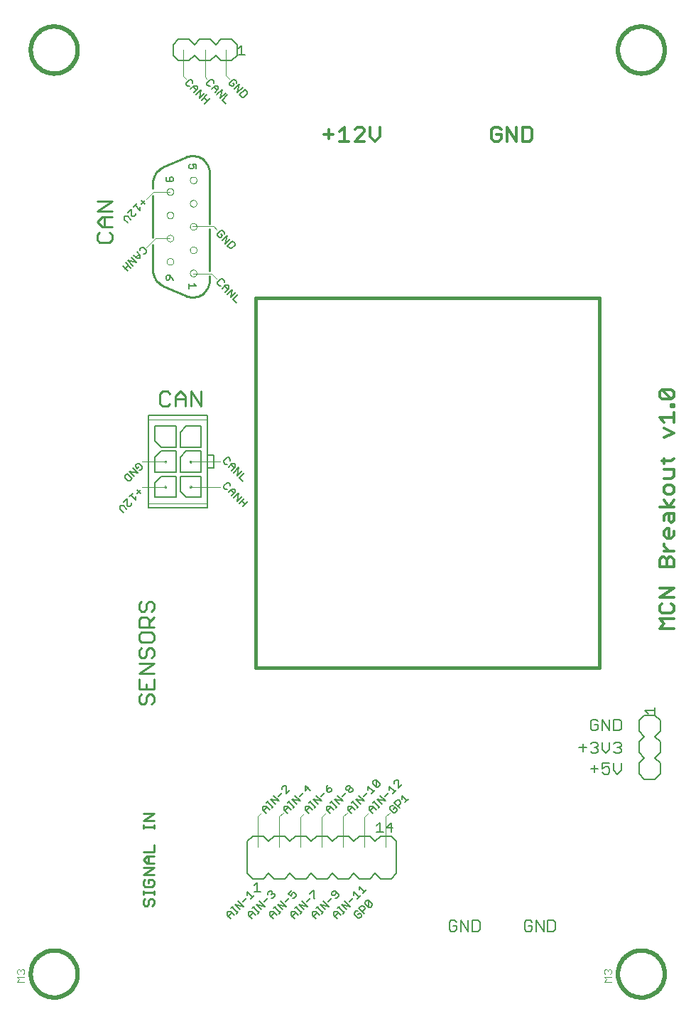
<source format=gto>
G75*
G70*
%OFA0B0*%
%FSLAX24Y24*%
%IPPOS*%
%LPD*%
%AMOC8*
5,1,8,0,0,1.08239X$1,22.5*
%
%ADD10C,0.0160*%
%ADD11C,0.0050*%
%ADD12C,0.0047*%
%ADD13C,0.0070*%
%ADD14C,0.0090*%
%ADD15C,0.0120*%
%ADD16C,0.0197*%
%ADD17C,0.0059*%
%ADD18C,0.0028*%
%ADD19C,0.0060*%
%ADD20C,0.0039*%
%ADD21C,0.0049*%
%ADD22C,0.0098*%
%ADD23C,0.0040*%
D10*
X018677Y016494D02*
X018677Y033816D01*
X034819Y033816D01*
X034819Y016494D01*
X018677Y016494D01*
D11*
X020003Y010956D02*
X019922Y010874D01*
X019922Y010793D01*
X019909Y010618D02*
X019747Y010456D01*
X019774Y010240D02*
X019531Y010483D01*
X019369Y010321D02*
X019774Y010240D01*
X019612Y010078D02*
X019369Y010321D01*
X019279Y010232D02*
X019198Y010150D01*
X019239Y010191D02*
X019482Y009948D01*
X019522Y009988D02*
X019441Y009907D01*
X019347Y009813D02*
X019185Y009975D01*
X019023Y009975D01*
X019023Y009813D01*
X019185Y009651D01*
X019063Y009773D02*
X019226Y009935D01*
X020023Y009975D02*
X020185Y009975D01*
X020347Y009813D01*
X020441Y009907D02*
X020522Y009988D01*
X020482Y009948D02*
X020239Y010191D01*
X020198Y010150D02*
X020279Y010232D01*
X020369Y010321D02*
X020774Y010240D01*
X020531Y010483D01*
X020747Y010456D02*
X020909Y010618D01*
X021003Y010712D02*
X021165Y010874D01*
X021246Y010712D02*
X021003Y010956D01*
X021003Y010712D01*
X021369Y010321D02*
X021774Y010240D01*
X021531Y010483D01*
X021747Y010456D02*
X021909Y010618D01*
X022003Y010712D02*
X022125Y010834D01*
X022206Y010834D01*
X022246Y010793D01*
X022246Y010712D01*
X022165Y010631D01*
X022084Y010631D01*
X022003Y010712D01*
X022003Y010874D01*
X022044Y010996D01*
X022531Y010483D02*
X022774Y010240D01*
X022369Y010321D01*
X022612Y010078D01*
X022522Y009988D02*
X022441Y009907D01*
X022482Y009948D02*
X022239Y010191D01*
X022198Y010150D02*
X022279Y010232D01*
X022185Y009975D02*
X022023Y009975D01*
X022023Y009813D01*
X022185Y009651D01*
X022063Y009773D02*
X022226Y009935D01*
X022185Y009975D02*
X022347Y009813D01*
X022747Y010456D02*
X022909Y010618D01*
X023044Y010672D02*
X023044Y010753D01*
X023125Y010834D01*
X023206Y010834D01*
X023246Y010793D01*
X023246Y010712D01*
X023165Y010631D01*
X023084Y010631D01*
X023044Y010672D01*
X023044Y010753D02*
X022963Y010753D01*
X022922Y010793D01*
X022922Y010874D01*
X023003Y010956D01*
X023084Y010956D01*
X023125Y010915D01*
X023125Y010834D01*
X023531Y010483D02*
X023774Y010240D01*
X023369Y010321D01*
X023612Y010078D01*
X023522Y009988D02*
X023441Y009907D01*
X023482Y009948D02*
X023239Y010191D01*
X023198Y010150D02*
X023279Y010232D01*
X023185Y009975D02*
X023347Y009813D01*
X023226Y009935D02*
X023063Y009773D01*
X023023Y009813D02*
X023023Y009975D01*
X023185Y009975D01*
X023023Y009813D02*
X023185Y009651D01*
X024023Y009813D02*
X024023Y009975D01*
X024185Y009975D01*
X024347Y009813D01*
X024441Y009907D02*
X024522Y009988D01*
X024482Y009948D02*
X024239Y010191D01*
X024198Y010150D02*
X024279Y010232D01*
X024369Y010321D02*
X024774Y010240D01*
X024531Y010483D01*
X024747Y010456D02*
X024909Y010618D01*
X024963Y010753D02*
X024963Y010915D01*
X025206Y010672D01*
X025125Y010591D02*
X025287Y010753D01*
X025381Y010847D02*
X025381Y011171D01*
X025341Y011212D01*
X025259Y011212D01*
X025178Y011131D01*
X025178Y011050D01*
X025381Y010847D02*
X025543Y011009D01*
X025535Y010488D02*
X025779Y010245D01*
X025698Y010164D02*
X025860Y010326D01*
X025535Y010326D02*
X025535Y010488D01*
X025401Y010272D02*
X025482Y010191D01*
X025482Y010110D01*
X025360Y009988D01*
X025441Y009907D02*
X025198Y010150D01*
X025320Y010272D01*
X025401Y010272D01*
X025144Y010016D02*
X025063Y010016D01*
X024982Y009935D01*
X024982Y009854D01*
X025144Y009691D01*
X025226Y009691D01*
X025307Y009773D01*
X025307Y009854D01*
X025226Y009935D01*
X025144Y009854D01*
X024612Y010078D02*
X024369Y010321D01*
X024125Y010591D02*
X024287Y010753D01*
X024206Y010672D02*
X023963Y010915D01*
X023963Y010753D01*
X023909Y010618D02*
X023747Y010456D01*
X024023Y009813D02*
X024185Y009651D01*
X024063Y009773D02*
X024226Y009935D01*
X024516Y009217D02*
X024366Y009067D01*
X024516Y009217D02*
X024516Y008767D01*
X024366Y008767D02*
X024667Y008767D01*
X024827Y008992D02*
X025127Y008992D01*
X025052Y008767D02*
X025052Y009217D01*
X024827Y008992D01*
X024422Y010888D02*
X024341Y010888D01*
X024341Y011212D01*
X024503Y011050D01*
X024503Y010969D01*
X024422Y010888D01*
X024341Y010888D02*
X024178Y011050D01*
X024178Y011131D01*
X024259Y011212D01*
X024341Y011212D01*
X021612Y010078D02*
X021369Y010321D01*
X021279Y010232D02*
X021198Y010150D01*
X021239Y010191D02*
X021482Y009948D01*
X021522Y009988D02*
X021441Y009907D01*
X021347Y009813D02*
X021185Y009975D01*
X021023Y009975D01*
X021023Y009813D01*
X021185Y009651D01*
X021063Y009773D02*
X021226Y009935D01*
X020612Y010078D02*
X020369Y010321D01*
X020125Y010591D02*
X020125Y010915D01*
X020084Y010956D01*
X020003Y010956D01*
X020287Y010753D02*
X020125Y010591D01*
X020023Y009975D02*
X020023Y009813D01*
X020185Y009651D01*
X020063Y009773D02*
X020226Y009935D01*
X018766Y006417D02*
X018616Y006267D01*
X018766Y006417D02*
X018766Y005967D01*
X018616Y005967D02*
X018917Y005967D01*
X019253Y005930D02*
X019334Y006011D01*
X019415Y006011D01*
X019456Y005970D01*
X019456Y005889D01*
X019537Y005889D01*
X019577Y005848D01*
X019577Y005767D01*
X019496Y005686D01*
X019415Y005686D01*
X019415Y005848D02*
X019456Y005889D01*
X019253Y005849D02*
X019253Y005930D01*
X019240Y005673D02*
X019078Y005511D01*
X019105Y005295D02*
X018862Y005539D01*
X018700Y005376D02*
X019105Y005295D01*
X018943Y005133D02*
X018700Y005376D01*
X018610Y005287D02*
X018529Y005206D01*
X018569Y005246D02*
X018813Y005003D01*
X018853Y005043D02*
X018772Y004962D01*
X018678Y004868D02*
X018516Y005030D01*
X018354Y005030D01*
X018354Y004868D01*
X018516Y004706D01*
X018394Y004828D02*
X018556Y004990D01*
X018105Y005295D02*
X017862Y005539D01*
X018078Y005511D02*
X018240Y005673D01*
X018293Y005808D02*
X018293Y005970D01*
X018537Y005727D01*
X018456Y005646D02*
X018618Y005808D01*
X018105Y005295D02*
X017700Y005376D01*
X017943Y005133D01*
X017853Y005043D02*
X017772Y004962D01*
X017813Y005003D02*
X017569Y005246D01*
X017529Y005206D02*
X017610Y005287D01*
X017516Y005030D02*
X017354Y005030D01*
X017354Y004868D01*
X017516Y004706D01*
X017394Y004828D02*
X017556Y004990D01*
X017516Y005030D02*
X017678Y004868D01*
X019354Y004868D02*
X019354Y005030D01*
X019516Y005030D01*
X019678Y004868D01*
X019772Y004962D02*
X019853Y005043D01*
X019813Y005003D02*
X019569Y005246D01*
X019529Y005206D02*
X019610Y005287D01*
X019700Y005376D02*
X020105Y005295D01*
X019862Y005539D01*
X020078Y005511D02*
X020240Y005673D01*
X020334Y005767D02*
X020212Y005889D01*
X020374Y006051D01*
X020415Y005930D02*
X020496Y005930D01*
X020577Y005848D01*
X020577Y005767D01*
X020496Y005686D01*
X020415Y005686D01*
X020334Y005767D02*
X020374Y005889D01*
X020415Y005930D01*
X020862Y005539D02*
X021105Y005295D01*
X020700Y005376D01*
X020943Y005133D01*
X020853Y005043D02*
X020772Y004962D01*
X020813Y005003D02*
X020569Y005246D01*
X020529Y005206D02*
X020610Y005287D01*
X020516Y005030D02*
X020678Y004868D01*
X020556Y004990D02*
X020394Y004828D01*
X020354Y004868D02*
X020354Y005030D01*
X020516Y005030D01*
X020354Y004868D02*
X020516Y004706D01*
X019943Y005133D02*
X019700Y005376D01*
X019556Y004990D02*
X019394Y004828D01*
X019354Y004868D02*
X019516Y004706D01*
X021078Y005511D02*
X021240Y005673D01*
X021415Y005686D02*
X021415Y006011D01*
X021374Y006051D01*
X021212Y005889D01*
X021415Y005686D02*
X021456Y005646D01*
X021700Y005376D02*
X022105Y005295D01*
X021862Y005539D01*
X022078Y005511D02*
X022240Y005673D01*
X022293Y005808D02*
X022374Y005808D01*
X022496Y005930D01*
X022415Y006011D02*
X022334Y006011D01*
X022253Y005930D01*
X022253Y005849D01*
X022293Y005808D01*
X022415Y005686D02*
X022496Y005686D01*
X022577Y005767D01*
X022577Y005848D01*
X022415Y006011D01*
X022862Y005539D02*
X023105Y005295D01*
X022700Y005376D01*
X022943Y005133D01*
X022853Y005043D02*
X022772Y004962D01*
X022813Y005003D02*
X022569Y005246D01*
X022529Y005206D02*
X022610Y005287D01*
X022516Y005030D02*
X022678Y004868D01*
X022556Y004990D02*
X022394Y004828D01*
X022354Y004868D02*
X022354Y005030D01*
X022516Y005030D01*
X022354Y004868D02*
X022516Y004706D01*
X021943Y005133D02*
X021700Y005376D01*
X021610Y005287D02*
X021529Y005206D01*
X021569Y005246D02*
X021813Y005003D01*
X021853Y005043D02*
X021772Y004962D01*
X021678Y004868D02*
X021516Y005030D01*
X021354Y005030D01*
X021354Y004868D01*
X021516Y004706D01*
X021394Y004828D02*
X021556Y004990D01*
X023078Y005511D02*
X023240Y005673D01*
X023293Y005808D02*
X023293Y005970D01*
X023537Y005727D01*
X023456Y005646D02*
X023618Y005808D01*
X023712Y005902D02*
X023874Y006064D01*
X023793Y005983D02*
X023550Y006226D01*
X023550Y006064D01*
X023907Y005583D02*
X023988Y005583D01*
X023988Y005259D01*
X024069Y005259D01*
X024150Y005340D01*
X024150Y005421D01*
X023988Y005583D01*
X023907Y005583D02*
X023826Y005502D01*
X023826Y005421D01*
X023988Y005259D01*
X023813Y005246D02*
X023813Y005165D01*
X023691Y005043D01*
X023772Y004962D02*
X023529Y005206D01*
X023650Y005327D01*
X023731Y005327D01*
X023813Y005246D01*
X023556Y004990D02*
X023475Y004909D01*
X023556Y004990D02*
X023637Y004909D01*
X023637Y004828D01*
X023556Y004747D01*
X023475Y004747D01*
X023313Y004909D01*
X023313Y004990D01*
X023394Y005071D01*
X023475Y005071D01*
X036956Y014468D02*
X037406Y014468D01*
X037406Y014318D02*
X037406Y014618D01*
X037106Y014318D02*
X036956Y014468D01*
X018129Y043221D02*
X018291Y043384D01*
X018291Y043465D01*
X018169Y043586D01*
X017926Y043343D01*
X018047Y043221D01*
X018129Y043221D01*
X017832Y043437D02*
X018075Y043680D01*
X017913Y043843D02*
X017832Y043437D01*
X017670Y043599D02*
X017913Y043843D01*
X017778Y043896D02*
X017778Y043977D01*
X017697Y044058D01*
X017616Y044058D01*
X017454Y043896D01*
X017454Y043815D01*
X017535Y043734D01*
X017616Y043734D01*
X017697Y043815D01*
X017616Y043896D01*
X017268Y043424D02*
X017025Y043181D01*
X017106Y043586D01*
X016863Y043343D01*
X016769Y043437D02*
X016931Y043599D01*
X016931Y043762D01*
X016769Y043762D01*
X016607Y043599D01*
X016553Y043734D02*
X016472Y043734D01*
X016391Y043815D01*
X016391Y043896D01*
X016553Y044058D01*
X016634Y044058D01*
X016715Y043977D01*
X016715Y043896D01*
X016728Y043721D02*
X016890Y043559D01*
X016540Y043168D02*
X016297Y042925D01*
X016419Y043046D02*
X016257Y043208D01*
X016135Y043087D02*
X016378Y043330D01*
X016284Y043424D02*
X016041Y043181D01*
X016122Y043586D01*
X015879Y043343D01*
X015784Y043437D02*
X015947Y043599D01*
X015947Y043762D01*
X015784Y043762D01*
X015622Y043599D01*
X015569Y043734D02*
X015488Y043734D01*
X015407Y043815D01*
X015407Y043896D01*
X015569Y044058D01*
X015650Y044058D01*
X015731Y043977D01*
X015731Y043896D01*
X015744Y043721D02*
X015906Y043559D01*
X017119Y043087D02*
X017281Y042925D01*
X017119Y043087D02*
X017362Y043330D01*
X017880Y045206D02*
X018180Y045206D01*
X018030Y045206D02*
X018030Y045656D01*
X017880Y045506D01*
D12*
X017299Y045431D02*
X017299Y044249D01*
X017457Y044092D01*
X016394Y044092D02*
X016315Y044171D01*
X016315Y045431D01*
X015291Y045431D02*
X015291Y044210D01*
X015409Y044092D01*
X018953Y009683D02*
X018791Y009521D01*
X018791Y008092D01*
X019791Y008092D02*
X019791Y009497D01*
X019976Y009683D01*
X020791Y009474D02*
X020961Y009643D01*
X020791Y009474D02*
X020791Y008092D01*
X021791Y008092D02*
X021791Y009490D01*
X021984Y009683D01*
X022791Y009505D02*
X022969Y009683D01*
X022791Y009505D02*
X022791Y008092D01*
X023791Y008092D02*
X023791Y009482D01*
X023992Y009683D01*
X024791Y009497D02*
X024976Y009683D01*
X024791Y009497D02*
X024791Y008092D01*
D13*
X027854Y004648D02*
X027767Y004561D01*
X027767Y004214D01*
X027854Y004127D01*
X028028Y004127D01*
X028115Y004214D01*
X028115Y004387D01*
X027941Y004387D01*
X028115Y004561D02*
X028028Y004648D01*
X027854Y004648D01*
X028311Y004648D02*
X028311Y004127D01*
X028658Y004127D02*
X028311Y004648D01*
X028658Y004648D02*
X028658Y004127D01*
X028855Y004127D02*
X028855Y004648D01*
X029115Y004648D01*
X029202Y004561D01*
X029202Y004214D01*
X029115Y004127D01*
X028855Y004127D01*
X031311Y004214D02*
X031397Y004127D01*
X031571Y004127D01*
X031658Y004214D01*
X031658Y004387D01*
X031484Y004387D01*
X031311Y004214D02*
X031311Y004561D01*
X031397Y004648D01*
X031571Y004648D01*
X031658Y004561D01*
X031854Y004648D02*
X032202Y004127D01*
X032202Y004648D01*
X032398Y004648D02*
X032398Y004127D01*
X032659Y004127D01*
X032745Y004214D01*
X032745Y004561D01*
X032659Y004648D01*
X032398Y004648D01*
X031854Y004648D02*
X031854Y004127D01*
X034577Y011576D02*
X034577Y011923D01*
X034404Y011750D02*
X034751Y011750D01*
X034947Y011750D02*
X035121Y011836D01*
X035208Y011836D01*
X035295Y011750D01*
X035295Y011576D01*
X035208Y011489D01*
X035034Y011489D01*
X034947Y011576D01*
X034947Y011750D02*
X034947Y012010D01*
X035295Y012010D01*
X035491Y012010D02*
X035491Y011663D01*
X035665Y011489D01*
X035839Y011663D01*
X035839Y012010D01*
X035752Y012473D02*
X035578Y012473D01*
X035491Y012560D01*
X035295Y012647D02*
X035295Y012994D01*
X035491Y012908D02*
X035578Y012994D01*
X035752Y012994D01*
X035838Y012908D01*
X035838Y012821D01*
X035752Y012734D01*
X035838Y012647D01*
X035838Y012560D01*
X035752Y012473D01*
X035752Y012734D02*
X035665Y012734D01*
X035295Y012647D02*
X035121Y012473D01*
X034947Y012647D01*
X034947Y012994D01*
X034751Y012908D02*
X034751Y012821D01*
X034664Y012734D01*
X034751Y012647D01*
X034751Y012560D01*
X034664Y012473D01*
X034490Y012473D01*
X034404Y012560D01*
X034577Y012734D02*
X034664Y012734D01*
X034751Y012908D02*
X034664Y012994D01*
X034490Y012994D01*
X034404Y012908D01*
X034207Y012734D02*
X033860Y012734D01*
X034034Y012908D02*
X034034Y012560D01*
X034491Y013536D02*
X034664Y013536D01*
X034751Y013623D01*
X034751Y013797D01*
X034577Y013797D01*
X034404Y013971D02*
X034404Y013623D01*
X034491Y013536D01*
X034404Y013971D02*
X034491Y014057D01*
X034664Y014057D01*
X034751Y013971D01*
X034947Y014057D02*
X035295Y013536D01*
X035295Y014057D01*
X035491Y014057D02*
X035491Y013536D01*
X035752Y013536D01*
X035839Y013623D01*
X035839Y013971D01*
X035752Y014057D01*
X035491Y014057D01*
X034947Y014057D02*
X034947Y013536D01*
D14*
X016100Y028743D02*
X016100Y029441D01*
X015635Y029441D02*
X015635Y028743D01*
X015375Y028743D02*
X015375Y029209D01*
X015143Y029441D01*
X014910Y029209D01*
X014910Y028743D01*
X014650Y028860D02*
X014534Y028743D01*
X014301Y028743D01*
X014185Y028860D01*
X014185Y029325D01*
X014301Y029441D01*
X014534Y029441D01*
X014650Y029325D01*
X014910Y029092D02*
X015375Y029092D01*
X015635Y029441D02*
X016100Y028743D01*
X011823Y036420D02*
X011358Y036420D01*
X011241Y036537D01*
X011241Y036769D01*
X011358Y036886D01*
X011474Y037145D02*
X011241Y037378D01*
X011474Y037611D01*
X011939Y037611D01*
X011939Y037870D02*
X011241Y037870D01*
X011939Y038336D01*
X011241Y038336D01*
X011590Y037611D02*
X011590Y037145D01*
X011474Y037145D02*
X011939Y037145D01*
X011823Y036886D02*
X011939Y036769D01*
X011939Y036537D01*
X011823Y036420D01*
X013326Y019582D02*
X013210Y019466D01*
X013210Y019233D01*
X013326Y019117D01*
X013442Y019117D01*
X013559Y019233D01*
X013559Y019466D01*
X013675Y019582D01*
X013791Y019582D01*
X013908Y019466D01*
X013908Y019233D01*
X013791Y019117D01*
X013908Y018857D02*
X013675Y018625D01*
X013675Y018741D02*
X013675Y018392D01*
X013908Y018392D02*
X013210Y018392D01*
X013210Y018741D01*
X013326Y018857D01*
X013559Y018857D01*
X013675Y018741D01*
X013791Y018132D02*
X013326Y018132D01*
X013210Y018016D01*
X013210Y017783D01*
X013326Y017667D01*
X013791Y017667D01*
X013908Y017783D01*
X013908Y018016D01*
X013791Y018132D01*
X013791Y017407D02*
X013908Y017291D01*
X013908Y017058D01*
X013791Y016942D01*
X013559Y017058D02*
X013559Y017291D01*
X013675Y017407D01*
X013791Y017407D01*
X013559Y017058D02*
X013442Y016942D01*
X013326Y016942D01*
X013210Y017058D01*
X013210Y017291D01*
X013326Y017407D01*
X013210Y016682D02*
X013908Y016682D01*
X013210Y016217D01*
X013908Y016217D01*
X013908Y015957D02*
X013908Y015492D01*
X013210Y015492D01*
X013210Y015957D01*
X013559Y015725D02*
X013559Y015492D01*
X013675Y015232D02*
X013559Y015116D01*
X013559Y014883D01*
X013442Y014767D01*
X013326Y014767D01*
X013210Y014883D01*
X013210Y015116D01*
X013326Y015232D01*
X013675Y015232D02*
X013791Y015232D01*
X013908Y015116D01*
X013908Y014883D01*
X013791Y014767D01*
X013908Y009639D02*
X013407Y009639D01*
X013407Y009305D02*
X013908Y009639D01*
X013908Y009305D02*
X013407Y009305D01*
X013407Y009110D02*
X013407Y008943D01*
X013407Y009026D02*
X013908Y009026D01*
X013908Y008943D02*
X013908Y009110D01*
X013908Y008189D02*
X013908Y007856D01*
X013407Y007856D01*
X013574Y007646D02*
X013908Y007646D01*
X013657Y007646D02*
X013657Y007312D01*
X013574Y007312D02*
X013908Y007312D01*
X013908Y007102D02*
X013407Y007102D01*
X013574Y007312D02*
X013407Y007479D01*
X013574Y007646D01*
X013908Y007102D02*
X013407Y006768D01*
X013908Y006768D01*
X013824Y006558D02*
X013657Y006558D01*
X013657Y006391D01*
X013490Y006224D02*
X013824Y006224D01*
X013908Y006308D01*
X013908Y006475D01*
X013824Y006558D01*
X013490Y006558D02*
X013407Y006475D01*
X013407Y006308D01*
X013490Y006224D01*
X013407Y006029D02*
X013407Y005862D01*
X013407Y005945D02*
X013908Y005945D01*
X013908Y005862D02*
X013908Y006029D01*
X013824Y005652D02*
X013908Y005569D01*
X013908Y005402D01*
X013824Y005318D01*
X013657Y005402D02*
X013657Y005569D01*
X013741Y005652D01*
X013824Y005652D01*
X013657Y005402D02*
X013574Y005318D01*
X013490Y005318D01*
X013407Y005402D01*
X013407Y005569D01*
X013490Y005652D01*
D15*
X037634Y018325D02*
X037857Y018548D01*
X037634Y018771D01*
X038302Y018771D01*
X038191Y019050D02*
X038302Y019161D01*
X038302Y019384D01*
X038191Y019496D01*
X038302Y019775D02*
X037634Y019775D01*
X038302Y020221D01*
X037634Y020221D01*
X037746Y019496D02*
X037634Y019384D01*
X037634Y019161D01*
X037746Y019050D01*
X038191Y019050D01*
X038302Y018325D02*
X037634Y018325D01*
X037634Y021225D02*
X037634Y021559D01*
X037746Y021671D01*
X037857Y021671D01*
X037968Y021559D01*
X037968Y021225D01*
X038302Y021225D02*
X037634Y021225D01*
X037968Y021559D02*
X038080Y021671D01*
X038191Y021671D01*
X038302Y021559D01*
X038302Y021225D01*
X038302Y021950D02*
X037857Y021950D01*
X038080Y021950D02*
X037857Y022173D01*
X037857Y022284D01*
X037968Y022554D02*
X037857Y022666D01*
X037857Y022888D01*
X037968Y023000D01*
X038080Y023000D01*
X038080Y022554D01*
X038191Y022554D02*
X037968Y022554D01*
X038191Y022554D02*
X038302Y022666D01*
X038302Y022888D01*
X038191Y023279D02*
X038080Y023391D01*
X038080Y023725D01*
X037968Y023725D02*
X038302Y023725D01*
X038302Y023391D01*
X038191Y023279D01*
X037857Y023391D02*
X037857Y023613D01*
X037968Y023725D01*
X038080Y024004D02*
X037857Y024338D01*
X037968Y024609D02*
X038191Y024609D01*
X038302Y024720D01*
X038302Y024943D01*
X038191Y025054D01*
X037968Y025054D01*
X037857Y024943D01*
X037857Y024720D01*
X037968Y024609D01*
X038302Y024338D02*
X038080Y024004D01*
X038302Y024004D02*
X037634Y024004D01*
X037857Y025334D02*
X038191Y025334D01*
X038302Y025445D01*
X038302Y025779D01*
X037857Y025779D01*
X037857Y026059D02*
X037857Y026281D01*
X037746Y026170D02*
X038191Y026170D01*
X038302Y026281D01*
X037857Y027267D02*
X038302Y027490D01*
X037857Y027712D01*
X037857Y027992D02*
X037634Y028215D01*
X038302Y028215D01*
X038302Y028437D02*
X038302Y027992D01*
X038302Y028717D02*
X038302Y028828D01*
X038191Y028828D01*
X038191Y028717D01*
X038302Y028717D01*
X038191Y029079D02*
X037746Y029525D01*
X037634Y029413D01*
X037634Y029191D01*
X037746Y029079D01*
X038191Y029079D01*
X038302Y029191D01*
X038302Y029413D01*
X038191Y029525D01*
X037746Y029525D01*
X031545Y041160D02*
X031211Y041160D01*
X031211Y041828D01*
X031545Y041828D01*
X031656Y041716D01*
X031656Y041271D01*
X031545Y041160D01*
X030931Y041160D02*
X030931Y041828D01*
X030486Y041828D02*
X030486Y041160D01*
X030206Y041271D02*
X030206Y041494D01*
X029983Y041494D01*
X029761Y041716D02*
X029761Y041271D01*
X029872Y041160D01*
X030095Y041160D01*
X030206Y041271D01*
X030206Y041716D02*
X030095Y041828D01*
X029872Y041828D01*
X029761Y041716D01*
X030486Y041828D02*
X030931Y041160D01*
X024507Y041382D02*
X024284Y041160D01*
X024062Y041382D01*
X024062Y041828D01*
X023782Y041716D02*
X023671Y041828D01*
X023448Y041828D01*
X023337Y041716D01*
X023782Y041605D02*
X023337Y041160D01*
X023782Y041160D01*
X023782Y041605D02*
X023782Y041716D01*
X024507Y041828D02*
X024507Y041382D01*
X023057Y041160D02*
X022612Y041160D01*
X022834Y041160D02*
X022834Y041828D01*
X022612Y041605D01*
X022332Y041494D02*
X021887Y041494D01*
X022109Y041716D02*
X022109Y041271D01*
D16*
X008126Y045431D02*
X008128Y045497D01*
X008134Y045563D01*
X008144Y045628D01*
X008157Y045692D01*
X008175Y045756D01*
X008196Y045818D01*
X008221Y045879D01*
X008250Y045939D01*
X008282Y045996D01*
X008317Y046052D01*
X008356Y046105D01*
X008398Y046156D01*
X008443Y046204D01*
X008491Y046250D01*
X008541Y046293D01*
X008594Y046332D01*
X008649Y046368D01*
X008706Y046401D01*
X008765Y046431D01*
X008825Y046457D01*
X008887Y046479D01*
X008951Y046498D01*
X009015Y046512D01*
X009080Y046523D01*
X009146Y046530D01*
X009212Y046533D01*
X009277Y046532D01*
X009343Y046527D01*
X009409Y046518D01*
X009473Y046505D01*
X009537Y046489D01*
X009600Y046468D01*
X009661Y046444D01*
X009721Y046417D01*
X009779Y046385D01*
X009835Y046351D01*
X009889Y046313D01*
X009941Y046272D01*
X009990Y046228D01*
X010036Y046181D01*
X010079Y046131D01*
X010120Y046079D01*
X010157Y046024D01*
X010190Y045968D01*
X010221Y045909D01*
X010248Y045849D01*
X010271Y045787D01*
X010290Y045724D01*
X010306Y045660D01*
X010318Y045595D01*
X010326Y045530D01*
X010330Y045464D01*
X010330Y045398D01*
X010326Y045332D01*
X010318Y045267D01*
X010306Y045202D01*
X010290Y045138D01*
X010271Y045075D01*
X010248Y045013D01*
X010221Y044953D01*
X010190Y044894D01*
X010157Y044838D01*
X010120Y044783D01*
X010079Y044731D01*
X010036Y044681D01*
X009990Y044634D01*
X009941Y044590D01*
X009889Y044549D01*
X009835Y044511D01*
X009779Y044477D01*
X009721Y044445D01*
X009661Y044418D01*
X009600Y044394D01*
X009537Y044373D01*
X009473Y044357D01*
X009409Y044344D01*
X009343Y044335D01*
X009277Y044330D01*
X009212Y044329D01*
X009146Y044332D01*
X009080Y044339D01*
X009015Y044350D01*
X008951Y044364D01*
X008887Y044383D01*
X008825Y044405D01*
X008765Y044431D01*
X008706Y044461D01*
X008649Y044494D01*
X008594Y044530D01*
X008541Y044569D01*
X008491Y044612D01*
X008443Y044658D01*
X008398Y044706D01*
X008356Y044757D01*
X008317Y044810D01*
X008282Y044866D01*
X008250Y044923D01*
X008221Y044983D01*
X008196Y045044D01*
X008175Y045106D01*
X008157Y045170D01*
X008144Y045234D01*
X008134Y045299D01*
X008128Y045365D01*
X008126Y045431D01*
X035685Y045431D02*
X035687Y045497D01*
X035693Y045563D01*
X035703Y045628D01*
X035716Y045692D01*
X035734Y045756D01*
X035755Y045818D01*
X035780Y045879D01*
X035809Y045939D01*
X035841Y045996D01*
X035876Y046052D01*
X035915Y046105D01*
X035957Y046156D01*
X036002Y046204D01*
X036050Y046250D01*
X036100Y046293D01*
X036153Y046332D01*
X036208Y046368D01*
X036265Y046401D01*
X036324Y046431D01*
X036384Y046457D01*
X036446Y046479D01*
X036510Y046498D01*
X036574Y046512D01*
X036639Y046523D01*
X036705Y046530D01*
X036771Y046533D01*
X036836Y046532D01*
X036902Y046527D01*
X036968Y046518D01*
X037032Y046505D01*
X037096Y046489D01*
X037159Y046468D01*
X037220Y046444D01*
X037280Y046417D01*
X037338Y046385D01*
X037394Y046351D01*
X037448Y046313D01*
X037500Y046272D01*
X037549Y046228D01*
X037595Y046181D01*
X037638Y046131D01*
X037679Y046079D01*
X037716Y046024D01*
X037749Y045968D01*
X037780Y045909D01*
X037807Y045849D01*
X037830Y045787D01*
X037849Y045724D01*
X037865Y045660D01*
X037877Y045595D01*
X037885Y045530D01*
X037889Y045464D01*
X037889Y045398D01*
X037885Y045332D01*
X037877Y045267D01*
X037865Y045202D01*
X037849Y045138D01*
X037830Y045075D01*
X037807Y045013D01*
X037780Y044953D01*
X037749Y044894D01*
X037716Y044838D01*
X037679Y044783D01*
X037638Y044731D01*
X037595Y044681D01*
X037549Y044634D01*
X037500Y044590D01*
X037448Y044549D01*
X037394Y044511D01*
X037338Y044477D01*
X037280Y044445D01*
X037220Y044418D01*
X037159Y044394D01*
X037096Y044373D01*
X037032Y044357D01*
X036968Y044344D01*
X036902Y044335D01*
X036836Y044330D01*
X036771Y044329D01*
X036705Y044332D01*
X036639Y044339D01*
X036574Y044350D01*
X036510Y044364D01*
X036446Y044383D01*
X036384Y044405D01*
X036324Y044431D01*
X036265Y044461D01*
X036208Y044494D01*
X036153Y044530D01*
X036100Y044569D01*
X036050Y044612D01*
X036002Y044658D01*
X035957Y044706D01*
X035915Y044757D01*
X035876Y044810D01*
X035841Y044866D01*
X035809Y044923D01*
X035780Y044983D01*
X035755Y045044D01*
X035734Y045106D01*
X035716Y045170D01*
X035703Y045234D01*
X035693Y045299D01*
X035687Y045365D01*
X035685Y045431D01*
X035685Y002123D02*
X035687Y002189D01*
X035693Y002255D01*
X035703Y002320D01*
X035716Y002384D01*
X035734Y002448D01*
X035755Y002510D01*
X035780Y002571D01*
X035809Y002631D01*
X035841Y002688D01*
X035876Y002744D01*
X035915Y002797D01*
X035957Y002848D01*
X036002Y002896D01*
X036050Y002942D01*
X036100Y002985D01*
X036153Y003024D01*
X036208Y003060D01*
X036265Y003093D01*
X036324Y003123D01*
X036384Y003149D01*
X036446Y003171D01*
X036510Y003190D01*
X036574Y003204D01*
X036639Y003215D01*
X036705Y003222D01*
X036771Y003225D01*
X036836Y003224D01*
X036902Y003219D01*
X036968Y003210D01*
X037032Y003197D01*
X037096Y003181D01*
X037159Y003160D01*
X037220Y003136D01*
X037280Y003109D01*
X037338Y003077D01*
X037394Y003043D01*
X037448Y003005D01*
X037500Y002964D01*
X037549Y002920D01*
X037595Y002873D01*
X037638Y002823D01*
X037679Y002771D01*
X037716Y002716D01*
X037749Y002660D01*
X037780Y002601D01*
X037807Y002541D01*
X037830Y002479D01*
X037849Y002416D01*
X037865Y002352D01*
X037877Y002287D01*
X037885Y002222D01*
X037889Y002156D01*
X037889Y002090D01*
X037885Y002024D01*
X037877Y001959D01*
X037865Y001894D01*
X037849Y001830D01*
X037830Y001767D01*
X037807Y001705D01*
X037780Y001645D01*
X037749Y001586D01*
X037716Y001530D01*
X037679Y001475D01*
X037638Y001423D01*
X037595Y001373D01*
X037549Y001326D01*
X037500Y001282D01*
X037448Y001241D01*
X037394Y001203D01*
X037338Y001169D01*
X037280Y001137D01*
X037220Y001110D01*
X037159Y001086D01*
X037096Y001065D01*
X037032Y001049D01*
X036968Y001036D01*
X036902Y001027D01*
X036836Y001022D01*
X036771Y001021D01*
X036705Y001024D01*
X036639Y001031D01*
X036574Y001042D01*
X036510Y001056D01*
X036446Y001075D01*
X036384Y001097D01*
X036324Y001123D01*
X036265Y001153D01*
X036208Y001186D01*
X036153Y001222D01*
X036100Y001261D01*
X036050Y001304D01*
X036002Y001350D01*
X035957Y001398D01*
X035915Y001449D01*
X035876Y001502D01*
X035841Y001558D01*
X035809Y001615D01*
X035780Y001675D01*
X035755Y001736D01*
X035734Y001798D01*
X035716Y001862D01*
X035703Y001926D01*
X035693Y001991D01*
X035687Y002057D01*
X035685Y002123D01*
X008126Y002123D02*
X008128Y002189D01*
X008134Y002255D01*
X008144Y002320D01*
X008157Y002384D01*
X008175Y002448D01*
X008196Y002510D01*
X008221Y002571D01*
X008250Y002631D01*
X008282Y002688D01*
X008317Y002744D01*
X008356Y002797D01*
X008398Y002848D01*
X008443Y002896D01*
X008491Y002942D01*
X008541Y002985D01*
X008594Y003024D01*
X008649Y003060D01*
X008706Y003093D01*
X008765Y003123D01*
X008825Y003149D01*
X008887Y003171D01*
X008951Y003190D01*
X009015Y003204D01*
X009080Y003215D01*
X009146Y003222D01*
X009212Y003225D01*
X009277Y003224D01*
X009343Y003219D01*
X009409Y003210D01*
X009473Y003197D01*
X009537Y003181D01*
X009600Y003160D01*
X009661Y003136D01*
X009721Y003109D01*
X009779Y003077D01*
X009835Y003043D01*
X009889Y003005D01*
X009941Y002964D01*
X009990Y002920D01*
X010036Y002873D01*
X010079Y002823D01*
X010120Y002771D01*
X010157Y002716D01*
X010190Y002660D01*
X010221Y002601D01*
X010248Y002541D01*
X010271Y002479D01*
X010290Y002416D01*
X010306Y002352D01*
X010318Y002287D01*
X010326Y002222D01*
X010330Y002156D01*
X010330Y002090D01*
X010326Y002024D01*
X010318Y001959D01*
X010306Y001894D01*
X010290Y001830D01*
X010271Y001767D01*
X010248Y001705D01*
X010221Y001645D01*
X010190Y001586D01*
X010157Y001530D01*
X010120Y001475D01*
X010079Y001423D01*
X010036Y001373D01*
X009990Y001326D01*
X009941Y001282D01*
X009889Y001241D01*
X009835Y001203D01*
X009779Y001169D01*
X009721Y001137D01*
X009661Y001110D01*
X009600Y001086D01*
X009537Y001065D01*
X009473Y001049D01*
X009409Y001036D01*
X009343Y001027D01*
X009277Y001022D01*
X009212Y001021D01*
X009146Y001024D01*
X009080Y001031D01*
X009015Y001042D01*
X008951Y001056D01*
X008887Y001075D01*
X008825Y001097D01*
X008765Y001123D01*
X008706Y001153D01*
X008649Y001186D01*
X008594Y001222D01*
X008541Y001261D01*
X008491Y001304D01*
X008443Y001350D01*
X008398Y001398D01*
X008356Y001449D01*
X008317Y001502D01*
X008282Y001558D01*
X008250Y001615D01*
X008221Y001675D01*
X008196Y001736D01*
X008175Y001798D01*
X008157Y001862D01*
X008144Y001926D01*
X008134Y001991D01*
X008128Y002057D01*
X008126Y002123D01*
D17*
X013657Y023974D02*
X013657Y024171D01*
X013657Y028108D01*
X013657Y028305D01*
X016413Y028305D01*
X016413Y028108D01*
X016413Y026434D01*
X016709Y026434D01*
X016709Y025844D01*
X016413Y025844D01*
X016413Y024171D01*
X016413Y023974D01*
X013657Y023974D01*
X013953Y024466D02*
X013953Y025155D01*
X014248Y025450D01*
X014937Y025450D01*
X014937Y024466D01*
X013953Y024466D01*
X013953Y025647D02*
X013953Y026336D01*
X014248Y026631D01*
X014937Y026631D01*
X014937Y025647D01*
X013953Y025647D01*
X015134Y025647D02*
X015134Y026336D01*
X015429Y026631D01*
X016118Y026631D01*
X016118Y025647D01*
X015134Y025647D01*
X015134Y025450D02*
X016118Y025450D01*
X016118Y024466D01*
X015429Y024466D01*
X015134Y024761D01*
X015134Y025450D01*
X015134Y026828D02*
X015134Y027517D01*
X015429Y027812D01*
X016118Y027812D01*
X016118Y026828D01*
X015134Y026828D01*
X014937Y026828D02*
X014937Y027812D01*
X013953Y027812D01*
X013953Y027123D01*
X014248Y026828D01*
X014937Y026828D01*
X016413Y026434D02*
X016413Y025844D01*
D18*
X016413Y024171D02*
X013657Y024171D01*
X013657Y028108D02*
X016413Y028108D01*
D19*
X017342Y026336D02*
X017184Y026179D01*
X017184Y026100D01*
X017263Y026021D01*
X017341Y026021D01*
X017401Y025883D02*
X017558Y026040D01*
X017716Y026040D01*
X017716Y025883D01*
X017558Y025725D01*
X017657Y025626D02*
X017894Y025863D01*
X017815Y025469D01*
X018051Y025705D01*
X018150Y025606D02*
X017914Y025370D01*
X018071Y025213D01*
X017716Y024859D02*
X017716Y024702D01*
X017558Y024544D01*
X017657Y024445D02*
X017894Y024682D01*
X017815Y024288D01*
X018051Y024524D01*
X018150Y024425D02*
X017914Y024189D01*
X018032Y024307D02*
X018189Y024150D01*
X018307Y024268D02*
X018071Y024032D01*
X017677Y024662D02*
X017519Y024820D01*
X017558Y024859D02*
X017716Y024859D01*
X017558Y024859D02*
X017401Y024702D01*
X017341Y024840D02*
X017263Y024840D01*
X017184Y024919D01*
X017184Y024997D01*
X017342Y025155D01*
X017420Y025155D01*
X017499Y025076D01*
X017499Y024997D01*
X017677Y025843D02*
X017519Y026001D01*
X017499Y026179D02*
X017499Y026257D01*
X017420Y026336D01*
X017342Y026336D01*
X013362Y025900D02*
X013205Y026057D01*
X013126Y026057D01*
X013047Y025979D01*
X013047Y025900D01*
X013126Y025821D01*
X013205Y025900D01*
X013362Y025900D02*
X013362Y025821D01*
X013283Y025743D01*
X013205Y025743D01*
X013145Y025604D02*
X012909Y025840D01*
X012752Y025683D02*
X012988Y025447D01*
X012889Y025348D02*
X012771Y025230D01*
X012692Y025230D01*
X012535Y025387D01*
X012535Y025466D01*
X012653Y025584D01*
X012889Y025348D01*
X012752Y025683D02*
X013145Y025604D01*
X013126Y024798D02*
X013283Y024640D01*
X013126Y024640D02*
X013283Y024798D01*
X013066Y024502D02*
X013066Y024344D01*
X012830Y024581D01*
X012909Y024659D02*
X012752Y024502D01*
X012653Y024403D02*
X012653Y024088D01*
X012692Y024049D01*
X012771Y024049D01*
X012849Y024127D01*
X012849Y024206D01*
X012653Y024403D02*
X012495Y024246D01*
X012475Y024068D02*
X012318Y024068D01*
X012318Y023911D01*
X012475Y023753D01*
X012632Y023910D02*
X012475Y024068D01*
X017776Y033579D02*
X017618Y033736D01*
X017855Y033972D01*
X017756Y034071D02*
X017519Y033835D01*
X017598Y034229D01*
X017362Y033993D01*
X017263Y034092D02*
X017421Y034249D01*
X017421Y034406D01*
X017263Y034406D01*
X017106Y034249D01*
X017046Y034387D02*
X016968Y034387D01*
X016889Y034466D01*
X016889Y034545D01*
X017046Y034702D01*
X017125Y034702D01*
X017204Y034623D01*
X017204Y034545D01*
X017224Y034367D02*
X017381Y034210D01*
X015892Y034364D02*
X015558Y034364D01*
X015558Y034475D02*
X015558Y034253D01*
X015780Y034475D02*
X015892Y034364D01*
X014809Y034646D02*
X014753Y034758D01*
X014642Y034869D01*
X014642Y034702D01*
X014586Y034646D01*
X014531Y034646D01*
X014475Y034702D01*
X014475Y034813D01*
X014531Y034869D01*
X014642Y034869D01*
X013559Y035959D02*
X013559Y036038D01*
X013402Y036195D01*
X013323Y036195D01*
X013244Y036116D01*
X013244Y036038D01*
X013106Y035978D02*
X013263Y035821D01*
X013263Y035663D01*
X013106Y035663D01*
X012948Y035821D01*
X012850Y035722D02*
X013086Y035486D01*
X012692Y035564D01*
X012928Y035328D01*
X012829Y035229D02*
X012593Y035466D01*
X012711Y035347D02*
X012554Y035190D01*
X012672Y035072D02*
X012436Y035308D01*
X013066Y035703D02*
X013224Y035860D01*
X013402Y035880D02*
X013480Y035880D01*
X013559Y035959D01*
X012672Y037336D02*
X012514Y037493D01*
X012514Y037651D01*
X012672Y037651D01*
X012829Y037493D01*
X012889Y037631D02*
X012968Y037631D01*
X013046Y037710D01*
X013046Y037789D01*
X012889Y037631D02*
X012850Y037671D01*
X012850Y037986D01*
X012692Y037828D01*
X012948Y038085D02*
X013106Y038242D01*
X013027Y038163D02*
X013263Y037927D01*
X013263Y038085D01*
X013323Y038223D02*
X013480Y038380D01*
X013480Y038223D02*
X013323Y038380D01*
X014475Y039328D02*
X014531Y039272D01*
X014753Y039272D01*
X014809Y039328D01*
X014809Y039439D01*
X014753Y039495D01*
X014698Y039495D01*
X014642Y039439D01*
X014642Y039272D01*
X014475Y039328D02*
X014475Y039439D01*
X014531Y039495D01*
X015558Y039919D02*
X015558Y040030D01*
X015613Y040086D01*
X015725Y040086D02*
X015780Y039974D01*
X015780Y039919D01*
X015725Y039863D01*
X015613Y039863D01*
X015558Y039919D01*
X015725Y040086D02*
X015892Y040086D01*
X015892Y039863D01*
X017046Y036966D02*
X016889Y036808D01*
X016889Y036730D01*
X016968Y036651D01*
X017046Y036651D01*
X017125Y036730D01*
X017046Y036808D01*
X017204Y036808D02*
X017204Y036887D01*
X017125Y036966D01*
X017046Y036966D01*
X017342Y036749D02*
X017106Y036513D01*
X017263Y036355D02*
X017342Y036749D01*
X017499Y036591D02*
X017263Y036355D01*
X017362Y036256D02*
X017480Y036138D01*
X017559Y036138D01*
X017716Y036296D01*
X017716Y036374D01*
X017598Y036493D01*
X017362Y036256D01*
X017565Y044931D02*
X017065Y044931D01*
X016815Y045181D01*
X016565Y044931D01*
X016065Y044931D01*
X015815Y045181D01*
X015565Y044931D01*
X015065Y044931D01*
X014815Y045181D01*
X014815Y045681D01*
X015065Y045931D01*
X015565Y045931D01*
X015815Y045681D01*
X016065Y045931D01*
X016565Y045931D01*
X016815Y045681D01*
X017065Y045931D01*
X017565Y045931D01*
X017815Y045681D01*
X017815Y045181D01*
X017565Y044931D01*
X036931Y014253D02*
X036681Y014003D01*
X036681Y013503D01*
X036931Y013253D01*
X036681Y013003D01*
X036681Y012503D01*
X036931Y012253D01*
X036681Y012003D01*
X036681Y011503D01*
X036931Y011253D01*
X037431Y011253D01*
X037681Y011503D01*
X037681Y012003D01*
X037431Y012253D01*
X037681Y012503D01*
X037681Y013003D01*
X037431Y013253D01*
X037681Y013503D01*
X037681Y014003D01*
X037431Y014253D01*
X036931Y014253D01*
X025291Y008342D02*
X025291Y006842D01*
X025041Y006592D01*
X024541Y006592D01*
X024291Y006842D01*
X024041Y006592D01*
X023541Y006592D01*
X023291Y006842D01*
X023041Y006592D01*
X022541Y006592D01*
X022291Y006842D01*
X022041Y006592D01*
X021541Y006592D01*
X021291Y006842D01*
X021041Y006592D01*
X020541Y006592D01*
X020291Y006842D01*
X020041Y006592D01*
X019541Y006592D01*
X019291Y006842D01*
X019041Y006592D01*
X018541Y006592D01*
X018291Y006842D01*
X018291Y008342D01*
X018541Y008592D01*
X019041Y008592D01*
X019291Y008342D01*
X019541Y008592D01*
X020041Y008592D01*
X020291Y008342D01*
X020541Y008592D01*
X021041Y008592D01*
X021291Y008342D01*
X021541Y008592D01*
X022041Y008592D01*
X022291Y008342D01*
X022541Y008592D01*
X023041Y008592D01*
X023291Y008342D01*
X023541Y008592D01*
X024041Y008592D01*
X024291Y008342D01*
X024541Y008592D01*
X025041Y008592D01*
X025291Y008342D01*
D20*
X017004Y024958D02*
X015626Y024958D01*
X015626Y026139D02*
X017004Y026139D01*
X014445Y026139D02*
X013362Y026139D01*
X013362Y024958D02*
X014445Y024958D01*
X016866Y034722D02*
X016630Y034958D01*
X015764Y034958D01*
X015599Y034976D02*
X015601Y035001D01*
X015607Y035025D01*
X015616Y035047D01*
X015629Y035068D01*
X015645Y035087D01*
X015664Y035103D01*
X015685Y035116D01*
X015707Y035125D01*
X015731Y035131D01*
X015756Y035133D01*
X015781Y035131D01*
X015805Y035125D01*
X015827Y035116D01*
X015848Y035103D01*
X015867Y035087D01*
X015883Y035068D01*
X015896Y035047D01*
X015905Y035025D01*
X015911Y035001D01*
X015913Y034976D01*
X015911Y034951D01*
X015905Y034927D01*
X015896Y034905D01*
X015883Y034884D01*
X015867Y034865D01*
X015848Y034849D01*
X015827Y034836D01*
X015805Y034827D01*
X015781Y034821D01*
X015756Y034819D01*
X015731Y034821D01*
X015707Y034827D01*
X015685Y034836D01*
X015664Y034849D01*
X015645Y034865D01*
X015629Y034884D01*
X015616Y034905D01*
X015607Y034927D01*
X015601Y034951D01*
X015599Y034976D01*
X015599Y036066D02*
X015601Y036091D01*
X015607Y036115D01*
X015616Y036137D01*
X015629Y036158D01*
X015645Y036177D01*
X015664Y036193D01*
X015685Y036206D01*
X015707Y036215D01*
X015731Y036221D01*
X015756Y036223D01*
X015781Y036221D01*
X015805Y036215D01*
X015827Y036206D01*
X015848Y036193D01*
X015867Y036177D01*
X015883Y036158D01*
X015896Y036137D01*
X015905Y036115D01*
X015911Y036091D01*
X015913Y036066D01*
X015911Y036041D01*
X015905Y036017D01*
X015896Y035995D01*
X015883Y035974D01*
X015867Y035955D01*
X015848Y035939D01*
X015827Y035926D01*
X015805Y035917D01*
X015781Y035911D01*
X015756Y035909D01*
X015731Y035911D01*
X015707Y035917D01*
X015685Y035926D01*
X015664Y035939D01*
X015645Y035955D01*
X015629Y035974D01*
X015616Y035995D01*
X015607Y036017D01*
X015601Y036041D01*
X015599Y036066D01*
X014508Y035521D02*
X014510Y035546D01*
X014516Y035570D01*
X014525Y035592D01*
X014538Y035613D01*
X014554Y035632D01*
X014573Y035648D01*
X014594Y035661D01*
X014616Y035670D01*
X014640Y035676D01*
X014665Y035678D01*
X014690Y035676D01*
X014714Y035670D01*
X014736Y035661D01*
X014757Y035648D01*
X014776Y035632D01*
X014792Y035613D01*
X014805Y035592D01*
X014814Y035570D01*
X014820Y035546D01*
X014822Y035521D01*
X014820Y035496D01*
X014814Y035472D01*
X014805Y035450D01*
X014792Y035429D01*
X014776Y035410D01*
X014757Y035394D01*
X014736Y035381D01*
X014714Y035372D01*
X014690Y035366D01*
X014665Y035364D01*
X014640Y035366D01*
X014616Y035372D01*
X014594Y035381D01*
X014573Y035394D01*
X014554Y035410D01*
X014538Y035429D01*
X014525Y035450D01*
X014516Y035472D01*
X014510Y035496D01*
X014508Y035521D01*
X014661Y036612D02*
X013992Y036612D01*
X013559Y036179D01*
X014508Y036612D02*
X014510Y036637D01*
X014516Y036661D01*
X014525Y036683D01*
X014538Y036704D01*
X014554Y036723D01*
X014573Y036739D01*
X014594Y036752D01*
X014616Y036761D01*
X014640Y036767D01*
X014665Y036769D01*
X014690Y036767D01*
X014714Y036761D01*
X014736Y036752D01*
X014757Y036739D01*
X014776Y036723D01*
X014792Y036704D01*
X014805Y036683D01*
X014814Y036661D01*
X014820Y036637D01*
X014822Y036612D01*
X014820Y036587D01*
X014814Y036563D01*
X014805Y036541D01*
X014792Y036520D01*
X014776Y036501D01*
X014757Y036485D01*
X014736Y036472D01*
X014714Y036463D01*
X014690Y036457D01*
X014665Y036455D01*
X014640Y036457D01*
X014616Y036463D01*
X014594Y036472D01*
X014573Y036485D01*
X014554Y036501D01*
X014538Y036520D01*
X014525Y036541D01*
X014516Y036563D01*
X014510Y036587D01*
X014508Y036612D01*
X014508Y037702D02*
X014510Y037727D01*
X014516Y037751D01*
X014525Y037773D01*
X014538Y037794D01*
X014554Y037813D01*
X014573Y037829D01*
X014594Y037842D01*
X014616Y037851D01*
X014640Y037857D01*
X014665Y037859D01*
X014690Y037857D01*
X014714Y037851D01*
X014736Y037842D01*
X014757Y037829D01*
X014776Y037813D01*
X014792Y037794D01*
X014805Y037773D01*
X014814Y037751D01*
X014820Y037727D01*
X014822Y037702D01*
X014820Y037677D01*
X014814Y037653D01*
X014805Y037631D01*
X014792Y037610D01*
X014776Y037591D01*
X014757Y037575D01*
X014736Y037562D01*
X014714Y037553D01*
X014690Y037547D01*
X014665Y037545D01*
X014640Y037547D01*
X014616Y037553D01*
X014594Y037562D01*
X014573Y037575D01*
X014554Y037591D01*
X014538Y037610D01*
X014525Y037631D01*
X014516Y037653D01*
X014510Y037677D01*
X014508Y037702D01*
X014661Y038777D02*
X013874Y038777D01*
X013559Y038462D01*
X014508Y038793D02*
X014510Y038818D01*
X014516Y038842D01*
X014525Y038864D01*
X014538Y038885D01*
X014554Y038904D01*
X014573Y038920D01*
X014594Y038933D01*
X014616Y038942D01*
X014640Y038948D01*
X014665Y038950D01*
X014690Y038948D01*
X014714Y038942D01*
X014736Y038933D01*
X014757Y038920D01*
X014776Y038904D01*
X014792Y038885D01*
X014805Y038864D01*
X014814Y038842D01*
X014820Y038818D01*
X014822Y038793D01*
X014820Y038768D01*
X014814Y038744D01*
X014805Y038722D01*
X014792Y038701D01*
X014776Y038682D01*
X014757Y038666D01*
X014736Y038653D01*
X014714Y038644D01*
X014690Y038638D01*
X014665Y038636D01*
X014640Y038638D01*
X014616Y038644D01*
X014594Y038653D01*
X014573Y038666D01*
X014554Y038682D01*
X014538Y038701D01*
X014525Y038722D01*
X014516Y038744D01*
X014510Y038768D01*
X014508Y038793D01*
X015599Y039338D02*
X015601Y039363D01*
X015607Y039387D01*
X015616Y039409D01*
X015629Y039430D01*
X015645Y039449D01*
X015664Y039465D01*
X015685Y039478D01*
X015707Y039487D01*
X015731Y039493D01*
X015756Y039495D01*
X015781Y039493D01*
X015805Y039487D01*
X015827Y039478D01*
X015848Y039465D01*
X015867Y039449D01*
X015883Y039430D01*
X015896Y039409D01*
X015905Y039387D01*
X015911Y039363D01*
X015913Y039338D01*
X015911Y039313D01*
X015905Y039289D01*
X015896Y039267D01*
X015883Y039246D01*
X015867Y039227D01*
X015848Y039211D01*
X015827Y039198D01*
X015805Y039189D01*
X015781Y039183D01*
X015756Y039181D01*
X015731Y039183D01*
X015707Y039189D01*
X015685Y039198D01*
X015664Y039211D01*
X015645Y039227D01*
X015629Y039246D01*
X015616Y039267D01*
X015607Y039289D01*
X015601Y039313D01*
X015599Y039338D01*
X015599Y038247D02*
X015601Y038272D01*
X015607Y038296D01*
X015616Y038318D01*
X015629Y038339D01*
X015645Y038358D01*
X015664Y038374D01*
X015685Y038387D01*
X015707Y038396D01*
X015731Y038402D01*
X015756Y038404D01*
X015781Y038402D01*
X015805Y038396D01*
X015827Y038387D01*
X015848Y038374D01*
X015867Y038358D01*
X015883Y038339D01*
X015896Y038318D01*
X015905Y038296D01*
X015911Y038272D01*
X015913Y038247D01*
X015911Y038222D01*
X015905Y038198D01*
X015896Y038176D01*
X015883Y038155D01*
X015867Y038136D01*
X015848Y038120D01*
X015827Y038107D01*
X015805Y038098D01*
X015781Y038092D01*
X015756Y038090D01*
X015731Y038092D01*
X015707Y038098D01*
X015685Y038107D01*
X015664Y038120D01*
X015645Y038136D01*
X015629Y038155D01*
X015616Y038176D01*
X015607Y038198D01*
X015601Y038222D01*
X015599Y038247D01*
X015724Y037163D02*
X016709Y037163D01*
X016866Y037005D01*
X015599Y037157D02*
X015601Y037182D01*
X015607Y037206D01*
X015616Y037228D01*
X015629Y037249D01*
X015645Y037268D01*
X015664Y037284D01*
X015685Y037297D01*
X015707Y037306D01*
X015731Y037312D01*
X015756Y037314D01*
X015781Y037312D01*
X015805Y037306D01*
X015827Y037297D01*
X015848Y037284D01*
X015867Y037268D01*
X015883Y037249D01*
X015896Y037228D01*
X015905Y037206D01*
X015911Y037182D01*
X015913Y037157D01*
X015911Y037132D01*
X015905Y037108D01*
X015896Y037086D01*
X015883Y037065D01*
X015867Y037046D01*
X015848Y037030D01*
X015827Y037017D01*
X015805Y037008D01*
X015781Y037002D01*
X015756Y037000D01*
X015731Y037002D01*
X015707Y037008D01*
X015685Y037017D01*
X015664Y037030D01*
X015645Y037046D01*
X015629Y037065D01*
X015616Y037086D01*
X015607Y037108D01*
X015601Y037132D01*
X015599Y037157D01*
D21*
X015582Y026139D02*
X015584Y026152D01*
X015590Y026164D01*
X015599Y026173D01*
X015610Y026180D01*
X015623Y026183D01*
X015636Y026182D01*
X015648Y026177D01*
X015658Y026169D01*
X015666Y026158D01*
X015670Y026146D01*
X015670Y026132D01*
X015666Y026120D01*
X015658Y026109D01*
X015648Y026101D01*
X015636Y026096D01*
X015623Y026095D01*
X015610Y026098D01*
X015599Y026105D01*
X015590Y026114D01*
X015584Y026126D01*
X015582Y026139D01*
X015582Y024958D02*
X015584Y024971D01*
X015590Y024983D01*
X015599Y024992D01*
X015610Y024999D01*
X015623Y025002D01*
X015636Y025001D01*
X015648Y024996D01*
X015658Y024988D01*
X015666Y024977D01*
X015670Y024965D01*
X015670Y024951D01*
X015666Y024939D01*
X015658Y024928D01*
X015648Y024920D01*
X015636Y024915D01*
X015623Y024914D01*
X015610Y024917D01*
X015599Y024924D01*
X015590Y024933D01*
X015584Y024945D01*
X015582Y024958D01*
X014401Y024958D02*
X014403Y024971D01*
X014409Y024983D01*
X014418Y024992D01*
X014429Y024999D01*
X014442Y025002D01*
X014455Y025001D01*
X014467Y024996D01*
X014477Y024988D01*
X014485Y024977D01*
X014489Y024965D01*
X014489Y024951D01*
X014485Y024939D01*
X014477Y024928D01*
X014467Y024920D01*
X014455Y024915D01*
X014442Y024914D01*
X014429Y024917D01*
X014418Y024924D01*
X014409Y024933D01*
X014403Y024945D01*
X014401Y024958D01*
X014401Y026139D02*
X014403Y026152D01*
X014409Y026164D01*
X014418Y026173D01*
X014429Y026180D01*
X014442Y026183D01*
X014455Y026182D01*
X014467Y026177D01*
X014477Y026169D01*
X014485Y026158D01*
X014489Y026146D01*
X014489Y026132D01*
X014485Y026120D01*
X014477Y026109D01*
X014467Y026101D01*
X014455Y026096D01*
X014442Y026095D01*
X014429Y026098D01*
X014418Y026105D01*
X014409Y026114D01*
X014403Y026126D01*
X014401Y026139D01*
D22*
X015405Y033915D02*
X014322Y034396D01*
X014322Y034397D02*
X014274Y034420D01*
X014228Y034447D01*
X014184Y034476D01*
X014141Y034509D01*
X014101Y034544D01*
X014064Y034582D01*
X014029Y034622D01*
X013997Y034665D01*
X013968Y034710D01*
X013942Y034756D01*
X013919Y034805D01*
X013900Y034854D01*
X013884Y034905D01*
X013871Y034957D01*
X013862Y035010D01*
X013857Y035063D01*
X013855Y035116D01*
X013854Y035115D02*
X013854Y036316D01*
X013854Y036651D02*
X013854Y038600D01*
X013854Y038934D02*
X013854Y039190D01*
X014322Y039930D02*
X015405Y040411D01*
X015404Y040410D02*
X015454Y040430D01*
X015506Y040447D01*
X015558Y040460D01*
X015611Y040470D01*
X015665Y040476D01*
X015719Y040478D01*
X015773Y040476D01*
X015826Y040471D01*
X015880Y040462D01*
X015932Y040450D01*
X015984Y040434D01*
X016034Y040414D01*
X016083Y040391D01*
X016130Y040365D01*
X016175Y040336D01*
X016218Y040303D01*
X016259Y040268D01*
X016297Y040230D01*
X016333Y040189D01*
X016366Y040147D01*
X016395Y040101D01*
X016422Y040054D01*
X016445Y040006D01*
X016465Y039956D01*
X016482Y039904D01*
X016494Y039852D01*
X016504Y039799D01*
X016509Y039745D01*
X016511Y039691D01*
X016512Y039691D02*
X016512Y037281D01*
X016512Y037045D02*
X016512Y035076D01*
X016512Y034840D02*
X016512Y034634D01*
X016511Y034634D02*
X016509Y034580D01*
X016504Y034526D01*
X016494Y034473D01*
X016482Y034421D01*
X016465Y034369D01*
X016445Y034319D01*
X016422Y034271D01*
X016395Y034224D01*
X016366Y034178D01*
X016333Y034136D01*
X016297Y034095D01*
X016259Y034057D01*
X016218Y034022D01*
X016175Y033989D01*
X016130Y033960D01*
X016083Y033934D01*
X016034Y033911D01*
X015984Y033891D01*
X015932Y033875D01*
X015880Y033863D01*
X015826Y033854D01*
X015773Y033849D01*
X015719Y033847D01*
X015665Y033849D01*
X015611Y033855D01*
X015558Y033865D01*
X015506Y033878D01*
X015454Y033895D01*
X015404Y033915D01*
X013855Y039210D02*
X013857Y039263D01*
X013862Y039316D01*
X013871Y039369D01*
X013884Y039421D01*
X013900Y039472D01*
X013919Y039521D01*
X013942Y039570D01*
X013968Y039616D01*
X013997Y039661D01*
X014029Y039704D01*
X014064Y039744D01*
X014101Y039782D01*
X014141Y039817D01*
X014184Y039850D01*
X014228Y039879D01*
X014274Y039906D01*
X014322Y039929D01*
D23*
X007594Y001868D02*
X007476Y001750D01*
X007830Y001750D01*
X007830Y001986D02*
X007476Y001986D01*
X007594Y001868D01*
X007535Y002112D02*
X007476Y002171D01*
X007476Y002289D01*
X007535Y002348D01*
X007594Y002348D01*
X007653Y002289D01*
X007712Y002348D01*
X007771Y002348D01*
X007830Y002289D01*
X007830Y002171D01*
X007771Y002112D01*
X007653Y002230D02*
X007653Y002289D01*
X035035Y002289D02*
X035094Y002348D01*
X035153Y002348D01*
X035212Y002289D01*
X035271Y002348D01*
X035330Y002348D01*
X035389Y002289D01*
X035389Y002171D01*
X035330Y002112D01*
X035389Y001986D02*
X035035Y001986D01*
X035153Y001868D01*
X035035Y001750D01*
X035389Y001750D01*
X035094Y002112D02*
X035035Y002171D01*
X035035Y002289D01*
X035212Y002289D02*
X035212Y002230D01*
M02*

</source>
